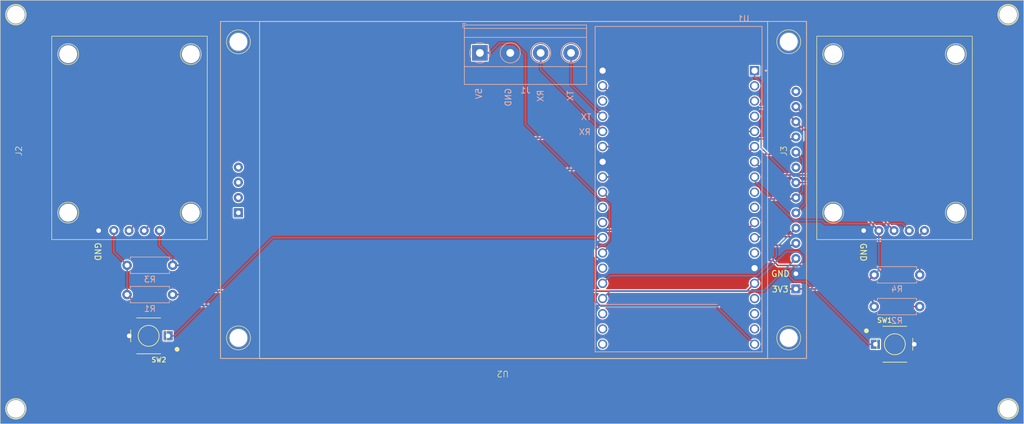
<source format=kicad_pcb>
(kicad_pcb (version 20221018) (generator pcbnew)
  (layers (0 "F.Cu" signal) (31 "B.Cu" signal) (34 "B.Paste" user) (35 "F.Paste" user) (36 "B.SilkS" user "B.Silkscreen") (37 "F.SilkS" user "F.Silkscreen") (38 "B.Mask" user) (39 "F.Mask" user) (44 "Edge.Cuts" user))
  (net 0 "")
  (net 1 "3V3")
  (net 2 "GND")
  (net 3 "RX")
  (net 4 "TX")
  (net 6 "5V")
  (net 9 "VRX1")
  (net 10 "VRY1")
  (net 11 "SWJ1")
  (net 12 "VRX2")
  (net 15 "VRY2")
  (net 16 "SWJ2")
  (net 18 "SW1")
  (net 22 "SW2")
  (net 24 "SDI")
  (net 25 "TCS")
  (net 26 "TD0")
  (net 29 "SCK")
  (net 30 "RESET")
  (net 32 "DC{slash}RS")
  (net 33 "CS")
  (footprint "SW_FSM8JH:SW_FSM8JH_huella" (layer "F.Cu") (at 219.45 87.1)
    (fp_text reference "SW1" (at -1.71258 -4.01401) (layer "F.SilkS") (effects (font (size 0.801197 0.801197))))
    (fp_text value "SW_Push")
    (fp_line (start -3 -1) (end -3 1) (stroke (width 0.127)) (layer "F.SilkS"))
    (fp_line (start -2 -3) (end 2 -3) (stroke (width 0.127)) (layer "F.SilkS"))
    (fp_line (start -2 3) (end 2 3) (stroke (width 0.127)) (layer "F.SilkS"))
    (fp_line (start 3 -1) (end 3 1) (stroke (width 0.127)) (layer "F.SilkS"))
    (fp_circle (center -4.75 -2.25) (end -4.55 -2.25) (stroke (width 0.4)) (fill none) (layer "F.SilkS"))
    (fp_circle (center 0 0) (end 1.75 0) (stroke (width 0.127)) (fill none) (layer "F.SilkS"))
    (pad "1" thru_hole rect (at -3.25 0) (size 1.524 1.524) (drill 0.762) (layers "*.Cu" "*.Mask") (net 18 "SW1"))
    (pad "2" thru_hole rect (at 3.25 0) (size 1.524 1.524) (drill 0.762) (layers "*.Cu" "*.Mask") (net 2 "GND"))
  )
  (footprint "KY-023 huella:KY-023 Joystick-Module" (layer "F.Cu") (at 73.5 54.8 90)
    (fp_text reference "J2" (at 0 -0.5 90 unlocked) (layer "F.SilkS") (effects (font (thickness 0.1))))
    (fp_text value "KY-023")
    (fp_rect (start -14.8 5) (end 19.2 31) (stroke (width 0.1)) (fill none) (layer "F.SilkS"))
    (fp_circle (center -10.3 7.75) (end -8.55 7.75) (stroke (width 0.1)) (fill none) (layer "F.SilkS"))
    (fp_circle (center -10.3 28.25) (end -8.55 28.25) (stroke (width 0.1)) (fill none) (layer "F.SilkS"))
    (fp_circle (center 16.2 7.75) (end 17.95 7.75) (stroke (width 0.1)) (fill none) (layer "F.SilkS"))
    (fp_circle (center 16.2 28.25) (end 17.95 28.25) (stroke (width 0.1)) (fill none) (layer "F.SilkS"))
    (fp_circle (center -10.3 7.75) (end -8.8 7.75) (stroke (width 0.05)) (fill none) (layer "Edge.Cuts"))
    (fp_circle (center -10.3 28.25) (end -8.8 28.25) (stroke (width 0.05)) (fill none) (layer "Edge.Cuts"))
    (fp_circle (center 16.2 7.75) (end 17.7 7.75) (stroke (width 0.05)) (fill none) (layer "Edge.Cuts"))
    (fp_circle (center 16.2 28.25) (end 17.7 28.25) (stroke (width 0.05)) (fill none) (layer "Edge.Cuts"))
    (pad "1" thru_hole rect (at -13.3 12.84 90) (size 1.524 1.524) (drill 0.762) (layers "*.Cu" "*.Mask") (net 2 "GND"))
    (pad "2" thru_hole circle (at -13.3 15.38 90) (size 1.524 1.524) (drill 0.762) (layers "*.Cu" "*.Mask") (net 1 "3V3"))
    (pad "3" thru_hole circle (at -13.3 17.92 90) (size 1.524 1.524) (drill 0.762) (layers "*.Cu" "*.Mask") (net 9 "VRX1"))
    (pad "4" thru_hole circle (at -13.3 20.46 90) (size 1.524 1.524) (drill 0.762) (layers "*.Cu" "*.Mask") (net 10 "VRY1"))
    (pad "5" thru_hole circle (at -13.3 23 90) (size 1.524 1.524) (drill 0.762) (layers "*.Cu" "*.Mask") (net 11 "SWJ1"))
  )
  (footprint "ili9488_huella:TFT_ILI9488" (layer "F.Cu") (at 153.912 91.55 180)
    (fp_text reference "U2" (at 0 -0.5 180 unlocked) (layer "F.SilkS") (effects (font (thickness 0.1))))
    (fp_text value "TFT_ILI9488")
    (fp_rect (start -50.79 2.08) (end 47.2 58.42) (stroke (width 0.1)) (fill none) (layer "B.SilkS"))
    (fp_rect (start -50.78 2.08) (end 47.2 58.43) (stroke (width 0.1)) (fill none) (layer "F.SilkS"))
    (fp_rect (start -44.27 2.03) (end 40.66 58.42) (stroke (width 0.1)) (fill none) (layer "F.SilkS"))
    (fp_circle (center -47.8 5.5) (end -45.8 5.5) (stroke (width 0.1)) (fill none) (layer "F.SilkS"))
    (fp_circle (center -47.8 55.02) (end -45.8 55.02) (stroke (width 0.1)) (fill none) (layer "F.SilkS"))
    (fp_circle (center 44.19 5.51) (end 46.19 5.51) (stroke (width 0.1)) (fill none) (layer "F.SilkS"))
    (fp_circle (center 44.2 55) (end 46.2 55) (stroke (width 0.1)) (fill none) (layer "F.SilkS"))
    (fp_circle (center -47.8 5.5) (end -46.3 5.5) (stroke (width 0.05)) (fill none) (layer "Edge.Cuts"))
    (fp_circle (center -47.8 55.02) (end -46.3 55.02) (stroke (width 0.05)) (fill none) (layer "Edge.Cuts"))
    (fp_circle (center 44.19 5.51) (end 45.69 5.51) (stroke (width 0.05)) (fill none) (layer "Edge.Cuts"))
    (fp_circle (center 44.2 55) (end 45.7 55) (stroke (width 0.05)) (fill none) (layer "Edge.Cuts"))
    (pad "1" thru_hole rect (at -49 13.7 180) (size 1.524 1.524) (drill 0.762) (layers "*.Cu" "*.Mask") (net 1 "3V3"))
    (pad "2" thru_hole circle (at -49 16.24 180) (size 1.524 1.524) (drill 0.762) (layers "*.Cu" "*.Mask") (net 2 "GND"))
    (pad "3" thru_hole circle (at -49 18.78 180) (size 1.524 1.524) (drill 0.762) (layers "*.Cu" "*.Mask") (net 33 "CS"))
    (pad "4" thru_hole circle (at -49 21.32 180) (size 1.524 1.524) (drill 0.762) (layers "*.Cu" "*.Mask") (net 30 "RESET"))
    (pad "5" thru_hole circle (at -49 23.86 180) (size 1.524 1.524) (drill 0.762) (layers "*.Cu" "*.Mask") (net 32 "DC{slash}RS"))
    (pad "6" thru_hole circle (at -49 26.4 180) (size 1.524 1.524) (drill 0.762) (layers "*.Cu" "*.Mask") (net 24 "SDI"))
    (pad "7" thru_hole circle (at -49 28.94 180) (size 1.524 1.524) (drill 0.762) (layers "*.Cu" "*.Mask") (net 29 "SCK"))
    (pad "8" thru_hole circle (at -49 31.48 180) (size 1.524 1.524) (drill 0.762) (layers "*.Cu" "*.Mask") (net 1 "3V3"))
    (pad "9" thru_hole circle (at -49 34.02 180) (size 1.524 1.524) (drill 0.762) (layers "*.Cu" "*.Mask"))
    (pad "10" thru_hole circle (at -49 36.56 180) (size 1.524 1.524) (drill 0.762) (layers "*.Cu" "*.Mask") (net 29 "SCK"))
    (pad "11" thru_hole circle (at -49 39.1 180) (size 1.524 1.524) (drill 0.762) (layers "*.Cu" "*.Mask") (net 25 "TCS"))
    (pad "12" thru_hole circle (at -49 41.64 180) (size 1.524 1.524) (drill 0.762) (layers "*.Cu" "*.Mask") (net 24 "SDI"))
    (pad "13" thru_hole circle (at -49 44.18 180) (size 1.524 1.524) (drill 0.762) (layers "*.Cu" "*.Mask") (net 26 "TD0"))
    (pad "14" thru_hole circle (at -49 46.72 180) (size 1.524 1.524) (drill 0.762) (layers "*.Cu" "*.Mask"))
    (pad "15" thru_hole rect (at 44.212 26.43 180) (size 1.524 1.524) (drill 0.762) (layers "*.Cu" "*.Mask"))
    (pad "16" thru_hole circle (at 44.212 28.97 180) (size 1.524 1.524) (drill 0.762) (layers "*.Cu" "*.Mask"))
    (pad "17" thru_hole circle (at 44.212 31.51 180) (size 1.524 1.524) (drill 0.762) (layers "*.Cu" "*.Mask"))
    (pad "18" thru_hole circle (at 44.212 34.05 180) (size 1.524 1.524) (drill 0.762) (layers "*.Cu" "*.Mask"))
  )
  (footprint "SW_FSM8JH:SW_FSM8JH_huella" (layer "F.Cu") (at 94.7 85.6975 180)
    (fp_text reference "SW2" (at -1.71258 -4.01401) (layer "F.SilkS") (effects (font (size 0.801197 0.801197))))
    (fp_text value "SW_Push")
    (fp_line (start -3 -1) (end -3 1) (stroke (width 0.127)) (layer "F.SilkS"))
    (fp_line (start -2 -3) (end 2 -3) (stroke (width 0.127)) (layer "F.SilkS"))
    (fp_line (start -2 3) (end 2 3) (stroke (width 0.127)) (layer "F.SilkS"))
    (fp_line (start 3 -1) (end 3 1) (stroke (width 0.127)) (layer "F.SilkS"))
    (fp_circle (center -4.75 -2.25) (end -4.55 -2.25) (stroke (width 0.4)) (fill none) (layer "F.SilkS"))
    (fp_circle (center 0 0) (end 1.75 0) (stroke (width 0.127)) (fill none) (layer "F.SilkS"))
    (pad "1" thru_hole rect (at -3.25 0 180) (size 1.524 1.524) (drill 0.762) (layers "*.Cu" "*.Mask") (net 22 "SW2"))
    (pad "2" thru_hole rect (at 3.25 0 180) (size 1.524 1.524) (drill 0.762) (layers "*.Cu" "*.Mask") (net 2 "GND"))
  )
  (footprint "KY-023 huella:KY-023 Joystick-Module" (layer "F.Cu") (at 201.4 54.8 90)
    (fp_text reference "J3" (at 0 -0.5 90 unlocked) (layer "F.SilkS") (effects (font (thickness 0.1))))
    (fp_text value "KY-023")
    (fp_rect (start -14.8 5) (end 19.2 31) (stroke (width 0.1)) (fill none) (layer "F.SilkS"))
    (fp_circle (center -10.3 7.75) (end -8.55 7.75) (stroke (width 0.1)) (fill none) (layer "F.SilkS"))
    (fp_circle (center -10.3 28.25) (end -8.55 28.25) (stroke (width 0.1)) (fill none) (layer "F.SilkS"))
    (fp_circle (center 16.2 7.75) (end 17.95 7.75) (stroke (width 0.1)) (fill none) (layer "F.SilkS"))
    (fp_circle (center 16.2 28.25) (end 17.95 28.25) (stroke (width 0.1)) (fill none) (layer "F.SilkS"))
    (fp_circle (center -10.3 7.75) (end -8.8 7.75) (stroke (width 0.05)) (fill none) (layer "Edge.Cuts"))
    (fp_circle (center -10.3 28.25) (end -8.8 28.25) (stroke (width 0.05)) (fill none) (layer "Edge.Cuts"))
    (fp_circle (center 16.2 7.75) (end 17.7 7.75) (stroke (width 0.05)) (fill none) (layer "Edge.Cuts"))
    (fp_circle (center 16.2 28.25) (end 17.7 28.25) (stroke (width 0.05)) (fill none) (layer "Edge.Cuts"))
    (pad "1" thru_hole rect (at -13.3 12.84 90) (size 1.524 1.524) (drill 0.762) (layers "*.Cu" "*.Mask") (net 2 "GND"))
    (pad "2" thru_hole circle (at -13.3 15.38 90) (size 1.524 1.524) (drill 0.762) (layers "*.Cu" "*.Mask") (net 1 "3V3"))
    (pad "3" thru_hole circle (at -13.3 17.92 90) (size 1.524 1.524) (drill 0.762) (layers "*.Cu" "*.Mask") (net 12 "VRX2"))
    (pad "4" thru_hole circle (at -13.3 20.46 90) (size 1.524 1.524) (drill 0.762) (layers "*.Cu" "*.Mask") (net 15 "VRY2"))
    (pad "5" thru_hole circle (at -13.3 23 90) (size 1.524 1.524) (drill 0.762) (layers "*.Cu" "*.Mask") (net 16 "SWJ2"))
  )
  (footprint "ESP32-DEVKITC-32D:MODULE_ESP32-DEVKITC-32D" (layer "B.Cu") (at 183.3 61.12 180)
    (fp_text reference "U1" (at -10.829175 28.446045) (layer "B.SilkS") (effects (font (size 1.000386 1.000386)) (justify mirror)))
    (fp_text value "ESP32-DEVKITC-32D")
    (fp_line (start -13.95 -27.25) (end -13.95 27.15) (stroke (width 0.127)) (layer "B.SilkS"))
    (fp_line (start -13.95 27.15) (end 13.95 27.15) (stroke (width 0.127)) (layer "B.SilkS"))
    (fp_line (start 13.95 -27.25) (end -13.95 -27.25) (stroke (width 0.127)) (layer "B.SilkS"))
    (fp_line (start 13.95 27.15) (end 13.95 -27.25) (stroke (width 0.127)) (layer "B.SilkS"))
    (fp_circle (center -14.6 19.76) (end -14.5 19.76) (stroke (width 0.2)) (fill none) (layer "B.SilkS"))
    (pad "J2-1" thru_hole rect (at -12.7 19.76 180) (size 1.56 1.56) (drill 1.04) (layers "*.Cu" "*.Mask") (net 1 "3V3"))
    (pad "J2-2" thru_hole circle (at -12.7 17.22 180) (size 1.56 1.56) (drill 1.04) (layers "*.Cu" "*.Mask"))
    (pad "J2-3" thru_hole circle (at -12.7 14.68 180) (size 1.56 1.56) (drill 1.04) (layers "*.Cu" "*.Mask"))
    (pad "J2-4" thru_hole circle (at -12.7 12.14 180) (size 1.56 1.56) (drill 1.04) (layers "*.Cu" "*.Mask"))
    (pad "J2-5" thru_hole circle (at -12.7 9.6 180) (size 1.56 1.56) (drill 1.04) (layers "*.Cu" "*.Mask") (net 9 "VRX1"))
    (pad "J2-6" thru_hole circle (at -12.7 7.06 180) (size 1.56 1.56) (drill 1.04) (layers "*.Cu" "*.Mask") (net 10 "VRY1"))
    (pad "J2-7" thru_hole circle (at -12.7 4.52 180) (size 1.56 1.56) (drill 1.04) (layers "*.Cu" "*.Mask") (net 12 "VRX2"))
    (pad "J2-8" thru_hole circle (at -12.7 1.98 180) (size 1.56 1.56) (drill 1.04) (layers "*.Cu" "*.Mask") (net 15 "VRY2"))
    (pad "J2-9" thru_hole circle (at -12.7 -0.56 180) (size 1.56 1.56) (drill 1.04) (layers "*.Cu" "*.Mask"))
    (pad "J2-10" thru_hole circle (at -12.7 -3.1 180) (size 1.56 1.56) (drill 1.04) (layers "*.Cu" "*.Mask"))
    (pad "J2-11" thru_hole circle (at -12.7 -5.64 180) (size 1.56 1.56) (drill 1.04) (layers "*.Cu" "*.Mask") (net 11 "SWJ1"))
    (pad "J2-12" thru_hole circle (at -12.7 -8.18 180) (size 1.56 1.56) (drill 1.04) (layers "*.Cu" "*.Mask") (net 16 "SWJ2"))
    (pad "J2-13" thru_hole circle (at -12.7 -10.72 180) (size 1.56 1.56) (drill 1.04) (layers "*.Cu" "*.Mask"))
    (pad "J2-14" thru_hole circle (at -12.7 -13.26 180) (size 1.56 1.56) (drill 1.04) (layers "*.Cu" "*.Mask") (net 2 "GND"))
    (pad "J2-15" thru_hole circle (at -12.7 -15.8 180) (size 1.56 1.56) (drill 1.04) (layers "*.Cu" "*.Mask") (net 18 "SW1"))
    (pad "J2-16" thru_hole circle (at -12.7 -18.34 180) (size 1.56 1.56) (drill 1.04) (layers "*.Cu" "*.Mask"))
    (pad "J2-17" thru_hole circle (at -12.7 -20.88 180) (size 1.56 1.56) (drill 1.04) (layers "*.Cu" "*.Mask"))
    (pad "J2-18" thru_hole circle (at -12.7 -23.42 180) (size 1.56 1.56) (drill 1.04) (layers "*.Cu" "*.Mask"))
    (pad "J2-19" thru_hole circle (at -12.7 -25.96 180) (size 1.56 1.56) (drill 1.04) (layers "*.Cu" "*.Mask") (net 6 "5V"))
    (pad "J3-1" thru_hole circle (at 12.7 19.76 180) (size 1.56 1.56) (drill 1.04) (layers "*.Cu" "*.Mask") (net 2 "GND"))
    (pad "J3-2" thru_hole circle (at 12.7 17.22 180) (size 1.56 1.56) (drill 1.04) (layers "*.Cu" "*.Mask") (net 24 "SDI"))
    (pad "J3-3" thru_hole circle (at 12.7 14.68 180) (size 1.56 1.56) (drill 1.04) (layers "*.Cu" "*.Mask"))
    (pad "J3-4" thru_hole circle (at 12.7 12.14 180) (size 1.56 1.56) (drill 1.04) (layers "*.Cu" "*.Mask") (net 4 "TX"))
    (pad "J3-5" thru_hole circle (at 12.7 9.6 180) (size 1.56 1.56) (drill 1.04) (layers "*.Cu" "*.Mask") (net 3 "RX"))
    (pad "J3-6" thru_hole circle (at 12.7 7.06 180) (size 1.56 1.56) (drill 1.04) (layers "*.Cu" "*.Mask") (net 25 "TCS"))
    (pad "J3-7" thru_hole circle (at 12.7 4.52 180) (size 1.56 1.56) (drill 1.04) (layers "*.Cu" "*.Mask") (net 2 "GND"))
    (pad "J3-8" thru_hole circle (at 12.7 1.98 180) (size 1.56 1.56) (drill 1.04) (layers "*.Cu" "*.Mask") (net 26 "TD0"))
    (pad "J3-9" thru_hole circle (at 12.7 -0.56 180) (size 1.56 1.56) (drill 1.04) (layers "*.Cu" "*.Mask") (net 29 "SCK"))
    (pad "J3-10" thru_hole circle (at 12.7 -3.1 180) (size 1.56 1.56) (drill 1.04) (layers "*.Cu" "*.Mask"))
    (pad "J3-11" thru_hole circle (at 12.7 -5.64 180) (size 1.56 1.56) (drill 1.04) (layers "*.Cu" "*.Mask"))
    (pad "J3-12" thru_hole circle (at 12.7 -8.18 180) (size 1.56 1.56) (drill 1.04) (layers "*.Cu" "*.Mask") (net 22 "SW2"))
    (pad "J3-13" thru_hole circle (at 12.7 -10.72 180) (size 1.56 1.56) (drill 1.04) (layers "*.Cu" "*.Mask") (net 30 "RESET"))
    (pad "J3-14" thru_hole circle (at 12.7 -13.26 180) (size 1.56 1.56) (drill 1.04) (layers "*.Cu" "*.Mask"))
    (pad "J3-15" thru_hole circle (at 12.7 -15.8 180) (size 1.56 1.56) (drill 1.04) (layers "*.Cu" "*.Mask") (net 32 "DC{slash}RS"))
    (pad "J3-16" thru_hole circle (at 12.7 -18.34 180) (size 1.56 1.56) (drill 1.04) (layers "*.Cu" "*.Mask") (net 33 "CS"))
    (pad "J3-17" thru_hole circle (at 12.7 -20.88 180) (size 1.56 1.56) (drill 1.04) (layers "*.Cu" "*.Mask"))
    (pad "J3-18" thru_hole circle (at 12.7 -23.42 180) (size 1.56 1.56) (drill 1.04) (layers "*.Cu" "*.Mask"))
    (pad "J3-19" thru_hole circle (at 12.7 -25.96 180) (size 1.56 1.56) (drill 1.04) (layers "*.Cu" "*.Mask"))
  )
  (footprint "Resistor_THT:R_Axial_DIN0207_L6.3mm_D2.5mm_P7.62mm_Horizontal" (layer "B.Cu") (at 91.1 73.9)
    (fp_text reference "R3" (at 3.81 2.37) (layer "B.SilkS") (effects (justify mirror)))
    (fp_text value "R")
    (fp_line (start 0.54 -1.37) (end 7.08 -1.37) (stroke (width 0.12)) (layer "B.SilkS"))
    (fp_line (start 0.54 -1.04) (end 0.54 -1.37) (stroke (width 0.12)) (layer "B.SilkS"))
    (fp_line (start 0.54 1.04) (end 0.54 1.37) (stroke (width 0.12)) (layer "B.SilkS"))
    (fp_line (start 0.54 1.37) (end 7.08 1.37) (stroke (width 0.12)) (layer "B.SilkS"))
    (fp_line (start 7.08 -1.37) (end 7.08 -1.04) (stroke (width 0.12)) (layer "B.SilkS"))
    (fp_line (start 7.08 1.37) (end 7.08 1.04) (stroke (width 0.12)) (layer "B.SilkS"))
    (pad "1" thru_hole circle (at 0 0) (size 1.6 1.6) (drill 0.8) (layers "*.Cu" "*.Mask") (net 1 "3V3"))
    (pad "2" thru_hole oval (at 7.62 0) (size 1.6 1.6) (drill 0.8) (layers "*.Cu" "*.Mask") (net 11 "SWJ1"))
  )
  (footprint "Resistor_THT:R_Axial_DIN0207_L6.3mm_D2.5mm_P7.62mm_Horizontal" (layer "B.Cu") (at 215.99 80.8)
    (fp_text reference "R2" (at 3.81 2.37) (layer "B.SilkS") (effects (justify mirror)))
    (fp_text value "R")
    (fp_line (start 0.54 -1.37) (end 7.08 -1.37) (stroke (width 0.12)) (layer "B.SilkS"))
    (fp_line (start 0.54 -1.04) (end 0.54 -1.37) (stroke (width 0.12)) (layer "B.SilkS"))
    (fp_line (start 0.54 1.04) (end 0.54 1.37) (stroke (width 0.12)) (layer "B.SilkS"))
    (fp_line (start 0.54 1.37) (end 7.08 1.37) (stroke (width 0.12)) (layer "B.SilkS"))
    (fp_line (start 7.08 -1.37) (end 7.08 -1.04) (stroke (width 0.12)) (layer "B.SilkS"))
    (fp_line (start 7.08 1.37) (end 7.08 1.04) (stroke (width 0.12)) (layer "B.SilkS"))
    (pad "1" thru_hole circle (at 0 0) (size 1.6 1.6) (drill 0.8) (layers "*.Cu" "*.Mask") (net 1 "3V3"))
    (pad "2" thru_hole oval (at 7.62 0) (size 1.6 1.6) (drill 0.8) (layers "*.Cu" "*.Mask") (net 22 "SW2"))
  )
  (footprint "Resistor_THT:R_Axial_DIN0207_L6.3mm_D2.5mm_P7.62mm_Horizontal" (layer "B.Cu") (at 216 75.5)
    (fp_text reference "R4" (at 3.81 2.37 -360) (layer "B.SilkS") (effects (justify mirror)))
    (fp_text value "R")
    (fp_line (start 0.54 -1.37) (end 7.08 -1.37) (stroke (width 0.12)) (layer "B.SilkS"))
    (fp_line (start 0.54 -1.04) (end 0.54 -1.37) (stroke (width 0.12)) (layer "B.SilkS"))
    (fp_line (start 0.54 1.04) (end 0.54 1.37) (stroke (width 0.12)) (layer "B.SilkS"))
    (fp_line (start 0.54 1.37) (end 7.08 1.37) (stroke (width 0.12)) (layer "B.SilkS"))
    (fp_line (start 7.08 -1.37) (end 7.08 -1.04) (stroke (width 0.12)) (layer "B.SilkS"))
    (fp_line (start 7.08 1.37) (end 7.08 1.04) (stroke (width 0.12)) (layer "B.SilkS"))
    (pad "1" thru_hole circle (at 0 0) (size 1.6 1.6) (drill 0.8) (layers "*.Cu" "*.Mask") (net 1 "3V3"))
    (pad "2" thru_hole oval (at 7.62 0) (size 1.6 1.6) (drill 0.8) (layers "*.Cu" "*.Mask") (net 16 "SWJ2"))
  )
  (footprint "Resistor_THT:R_Axial_DIN0207_L6.3mm_D2.5mm_P7.62mm_Horizontal" (layer "B.Cu") (at 91.09 78.8)
    (fp_text reference "R1" (at 3.81 2.37) (layer "B.SilkS") (effects (justify mirror)))
    (fp_text value "R")
    (fp_line (start 0.54 -1.37) (end 7.08 -1.37) (stroke (width 0.12)) (layer "B.SilkS"))
    (fp_line (start 0.54 -1.04) (end 0.54 -1.37) (stroke (width 0.12)) (layer "B.SilkS"))
    (fp_line (start 0.54 1.04) (end 0.54 1.37) (stroke (width 0.12)) (layer "B.SilkS"))
    (fp_line (start 0.54 1.37) (end 7.08 1.37) (stroke (width 0.12)) (layer "B.SilkS"))
    (fp_line (start 7.08 -1.37) (end 7.08 -1.04) (stroke (width 0.12)) (layer "B.SilkS"))
    (fp_line (start 7.08 1.37) (end 7.08 1.04) (stroke (width 0.12)) (layer "B.SilkS"))
    (pad "1" thru_hole circle (at 0 0) (size 1.6 1.6) (drill 0.8) (layers "*.Cu" "*.Mask") (net 1 "3V3"))
    (pad "2" thru_hole oval (at 7.62 0) (size 1.6 1.6) (drill 0.8) (layers "*.Cu" "*.Mask") (net 18 "SW1"))
  )
  (footprint "TerminalBlock_Phoenix:TerminalBlock_Phoenix_MKDS-1,5-4-5.08_1x04_P5.08mm_Horizontal" (layer "B.Cu") (at 150.08 38.395)
    (fp_text reference "J1" (at 7.62 6.26) (layer "B.SilkS") (effects (justify mirror)))
    (fp_text value "Screw_Terminal_01x04")
    (fp_line (start -2.84 -4.9) (end -2.34 -4.9) (stroke (width 0.12)) (layer "B.SilkS"))
    (fp_line (start -2.84 -4.16) (end -2.84 -4.9) (stroke (width 0.12)) (layer "B.SilkS"))
    (fp_line (start -2.6 -4.66) (end 17.84 -4.66) (stroke (width 0.12)) (layer "B.SilkS"))
    (fp_line (start -2.6 -4.1) (end 17.84 -4.1) (stroke (width 0.12)) (layer "B.SilkS"))
    (fp_line (start -2.6 -2.6) (end 17.84 -2.6) (stroke (width 0.12)) (layer "B.SilkS"))
    (fp_line (start -2.6 2.301) (end 17.84 2.301) (stroke (width 0.12)) (layer "B.SilkS"))
    (fp_line (start -2.6 5.261) (end -2.6 -4.66) (stroke (width 0.12)) (layer "B.SilkS"))
    (fp_line (start -2.6 5.261) (end 17.84 5.261) (stroke (width 0.12)) (layer "B.SilkS"))
    (fp_line (start 3.853 -1.023) (end 3.806 -1.069) (stroke (width 0.12)) (layer "B.SilkS"))
    (fp_line (start 4.046 -1.239) (end 4.011 -1.274) (stroke (width 0.12)) (layer "B.SilkS"))
    (fp_line (start 6.15 1.275) (end 6.115 1.239) (stroke (width 0.12)) (layer "B.SilkS"))
    (fp_line (start 6.355 1.069) (end 6.308 1.023) (stroke (width 0.12)) (layer "B.SilkS"))
    (fp_line (start 8.933 -1.023) (end 8.886 -1.069) (stroke (width 0.12)) (layer "B.SilkS"))
    (fp_line (start 9.126 -1.239) (end 9.091 -1.274) (stroke (width 0.12)) (layer "B.SilkS"))
    (fp_line (start 11.23 1.275) (end 11.195 1.239) (stroke (width 0.12)) (layer "B.SilkS"))
    (fp_line (start 11.435 1.069) (end 11.388 1.023) (stroke (width 0.12)) (layer "B.SilkS"))
    (fp_line (start 14.013 -1.023) (end 13.966 -1.069) (stroke (width 0.12)) (layer "B.SilkS"))
    (fp_line (start 14.206 -1.239) (end 14.171 -1.274) (stroke (width 0.12)) (layer "B.SilkS"))
    (fp_line (start 16.31 1.275) (end 16.275 1.239) (stroke (width 0.12)) (layer "B.SilkS"))
    (fp_line (start 16.515 1.069) (end 16.468 1.023) (stroke (width 0.12)) (layer "B.SilkS"))
    (fp_line (start 17.84 5.261) (end 17.84 -4.66) (stroke (width 0.12)) (layer "B.SilkS"))
    (fp_arc (start -1.535 0.684) (mid -1.680501 0.000524) (end -1.535427 -0.683042) (stroke (width 0.12)) (layer "B.SilkS"))
    (fp_arc (start -0.684 -1.535) (mid -0.335551 -1.646659) (end 0.028805 -1.680253) (stroke (width 0.12)) (layer "B.SilkS"))
    (fp_arc (start 0 -1.68) (mid 0.349292 -1.643288) (end 0.683318 -1.534756) (stroke (width 0.12)) (layer "B.SilkS"))
    (fp_arc (start 0.684 1.535) (mid 0.000524 1.680501) (end -0.683042 1.535427) (stroke (width 0.12)) (layer "B.SilkS"))
    (fp_arc (start 1.535 -0.684) (mid 1.6805 -0.000524) (end 1.535427 0.683042) (stroke (width 0.12)) (layer "B.SilkS"))
    (fp_circle (center 5.08 0) (end 6.76 0) (stroke (width 0.12)) (fill none) (layer "B.SilkS"))
    (fp_circle (center 10.16 0) (end 11.84 0) (stroke (width 0.12)) (fill none) (layer "B.SilkS"))
    (fp_circle (center 15.24 0) (end 16.92 0) (stroke (width 0.12)) (fill none) (layer "B.SilkS"))
    (pad "1" thru_hole rect (at 0 0) (size 2.6 2.6) (drill 1.3) (layers "*.Cu" "*.Mask") (net 6 "5V"))
    (pad "2" thru_hole circle (at 5.08 0) (size 2.6 2.6) (drill 1.3) (layers "*.Cu" "*.Mask") (net 2 "GND"))
    (pad "3" thru_hole circle (at 10.16 0) (size 2.6 2.6) (drill 1.3) (layers "*.Cu" "*.Mask") (net 3 "RX"))
    (pad "4" thru_hole circle (at 15.24 0) (size 2.6 2.6) (drill 1.3) (layers "*.Cu" "*.Mask") (net 4 "TX"))
  )
  (gr_circle (center 238.4 32) (end 240.1 32) (stroke (width 0.15)) (fill none) (layer "F.SilkS"))
  (gr_circle (center 238.4 97.9) (end 240.1 97.9) (stroke (width 0.15)) (fill none) (layer "F.SilkS"))
  (gr_circle (center 72.5 32) (end 74.2 32) (stroke (width 0.15)) (fill none) (layer "F.SilkS"))
  (gr_circle (center 72.5 97.9) (end 74.2 97.9) (stroke (width 0.15)) (fill none) (layer "F.SilkS"))
  (gr_circle (center 72.5 97.9) (end 74 97.9) (stroke (width 0.1)) (fill none) (layer "Edge.Cuts"))
  (gr_circle (center 72.5 32) (end 74 32) (stroke (width 0.1)) (fill none) (layer "Edge.Cuts"))
  (gr_circle (center 238.4 32) (end 239.9 32) (stroke (width 0.1)) (fill none) (layer "Edge.Cuts"))
  (gr_circle (center 238.4 97.9) (end 239.9 97.9) (stroke (width 0.1)) (fill none) (layer "Edge.Cuts"))
  (gr_rect (start 69.9 29.6) (end 241 100.4) (stroke (width 0.1)) (fill none) (layer "Edge.Cuts"))
  (gr_text "GND" (at 155.4 44.2 90) (layer "B.SilkS") (effects (font (size 1 1)) (justify left bottom mirror)))
  (gr_text "TX" (at 165.8 44.6 90) (layer "B.SilkS") (effects (font (size 1 1)) (justify left bottom mirror)))
  (gr_text "5V" (at 150.5 44.2 90) (layer "B.SilkS") (effects (font (size 1 1)) (justify left bottom mirror)))
  (gr_text "RX" (at 160.8 44.5 90) (layer "B.SilkS") (effects (font (size 1 1)) (justify left bottom mirror)))
  (gr_text "TX" (at 168.8 49.7) (layer "B.SilkS") (effects (font (size 1 1)) (justify left bottom mirror)))
  (gr_text "RX" (at 168.7 52.2) (layer "B.SilkS") (effects (font (size 1 1)) (justify left bottom mirror)))
  (gr_text "GND" (at 213.6 70.1 -90) (layer "F.SilkS") (effects (font (size 1 1)) (justify left bottom)))
  (gr_text "3V3" (at 198.8 78.5) (layer "F.SilkS") (effects (font (size 1 1)) (justify left bottom)))
  (gr_text "GND" (at 198.7 75.9) (layer "F.SilkS") (effects (font (size 1 1)) (justify left bottom)))
  (gr_text "GND" (at 85.6 70 -90) (layer "F.SilkS") (effects (font (size 1 1)) (justify left bottom)))
  (segment (start 92.8994 80.6094) (end 199.0637 80.6094) (width 0.25) (layer "F.Cu") (net 1))
  (segment (start 213.65 77.85) (end 202.912 77.85) (width 0.25) (layer "F.Cu") (net 1))
  (segment (start 216 75.5) (end 213.65 77.85) (width 0.25) (layer "F.Cu") (net 1))
  (segment (start 91.09 78.8) (end 92.8994 80.6094) (width 0.25) (layer "F.Cu") (net 1))
  (segment (start 216.78 68.1) (end 208.75 60.07) (width 0.25) (layer "F.Cu") (net 1))
  (segment (start 213.65 77.85) (end 215.99 80.19) (width 0.25) (layer "F.Cu") (net 1))
  (segment (start 199.0637 80.6094) (end 201.8231 77.85) (width 0.25) (layer "F.Cu") (net 1))
  (segment (start 215.99 80.19) (end 215.99 80.8) (width 0.25) (layer "F.Cu") (net 1))
  (segment (start 202.912 77.85) (end 201.8231 77.85) (width 0.25) (layer "F.Cu") (net 1))
  (segment (start 208.75 60.07) (end 202.912 60.07) (width 0.25) (layer "F.Cu") (net 1))
  (segment (start 196 42.4669) (end 196.1385 42.4669) (width 0.25) (layer "B.Cu") (net 1))
  (segment (start 196.1385 42.4669) (end 197.1069 43.4353) (width 0.25) (layer "B.Cu") (net 1))
  (segment (start 91.1 78.79) (end 91.1 73.9) (width 0.25) (layer "B.Cu") (net 1))
  (segment (start 91.09 78.8) (end 91.1 78.79) (width 0.25) (layer "B.Cu") (net 1))
  (segment (start 216.78 74.72) (end 216.78 68.1) (width 0.25) (layer "B.Cu") (net 1))
  (segment (start 91.1 73.9) (end 88.88 71.68) (width 0.25) (layer "B.Cu") (net 1))
  (segment (start 88.88 71.68) (end 88.88 68.1) (width 0.25) (layer "B.Cu") (net 1))
  (segment (start 196 41.36) (end 196 42.4669) (width 0.25) (layer "B.Cu") (net 1))
  (segment (start 197.1069 54.2649) (end 202.912 60.07) (width 0.25) (layer "B.Cu") (net 1))
  (segment (start 216 75.5) (end 216.78 74.72) (width 0.25) (layer "B.Cu") (net 1))
  (segment (start 197.1069 43.4353) (end 197.1069 54.2649) (width 0.25) (layer "B.Cu") (net 1))
  (segment (start 196 74.38) (end 196.93 75.31) (width 0.25) (layer "F.Cu") (net 2))
  (segment (start 155.16 38.395) (end 158.125 41.36) (width 0.25) (layer "F.Cu") (net 2))
  (segment (start 158.125 41.36) (end 170.6 41.36) (width 0.25) (layer "F.Cu") (net 2))
  (segment (start 196.93 75.31) (end 202.912 75.31) (width 0.25) (layer "F.Cu") (net 2))
  (segment (start 87.4289 68.1) (end 87.4289 67.9638) (width 0.25) (layer "B.Cu") (net 2))
  (segment (start 126.5439 67.0111) (end 155.16 38.395) (width 0.25) (layer "B.Cu") (net 2))
  (segment (start 88.3816 67.0111) (end 126.5439 67.0111) (width 0.25) (layer "B.Cu") (net 2))
  (segment (start 170.6 41.36) (end 171.7656 42.5256) (width 0.25) (layer "B.Cu") (net 2))
  (segment (start 86.34 68.1) (end 86.8845 68.1) (width 0.25) (layer "B.Cu") (net 2))
  (segment (start 210.122 68.1) (end 214.24 68.1) (width 0.25) (layer "B.Cu") (net 2))
  (segment (start 171.7656 55.4344) (end 190.7112 74.38) (width 0.25) (layer "B.Cu") (net 2))
  (segment (start 86.8845 68.1) (end 87.4289 68.1) (width 0.25) (layer "B.Cu") (net 2))
  (segment (start 86.8845 68.1) (end 86.8845 80.0431) (width 0.25) (layer "B.Cu") (net 2))
  (segment (start 190.7112 74.38) (end 196 74.38) (width 0.25) (layer "B.Cu") (net 2))
  (segment (start 91.45 85.6975) (end 91.45 84.6086) (width 0.25) (layer "B.Cu") (net 2))
  (segment (start 214.24 68.1) (end 214.24 75.9618) (width 0.25) (layer "B.Cu") (net 2))
  (segment (start 214.24 75.9618) (end 222.7 84.4218) (width 0.25) (layer "B.Cu") (net 2))
  (segment (start 202.912 75.31) (end 210.122 68.1) (width 0.25) (layer "B.Cu") (net 2))
  (segment (start 86.8845 80.0431) (end 91.45 84.6086) (width 0.25) (layer "B.Cu") (net 2))
  (segment (start 171.7656 55.4344) (end 170.6 56.6) (width 0.25) (layer "B.Cu") (net 2))
  (segment (start 87.4289 67.9638) (end 88.3816 67.0111) (width 0.25) (layer "B.Cu") (net 2))
  (segment (start 222.7 84.4218) (end 222.7 87.1) (width 0.25) (layer "B.Cu") (net 2))
  (segment (start 171.7656 42.5256) (end 171.7656 55.4344) (width 0.25) (layer "B.Cu") (net 2))
  (segment (start 160.24 38.395) (end 160.24 41.16) (width 0.25) (layer "B.Cu") (net 3))
  (segment (start 160.24 41.16) (end 170.6 51.52) (width 0.25) (layer "B.Cu") (net 3))
  (segment (start 165.32 38.395) (end 165.32 43.7) (width 0.25) (layer "B.Cu") (net 4))
  (segment (start 165.32 43.7) (end 170.6 48.98) (width 0.25) (layer "B.Cu") (net 4))
  (segment (start 170.3005 80.73) (end 189.65 80.73) (width 0.25) (layer "B.Cu") (net 6))
  (segment (start 170.9144 70.57) (end 170.2932 70.57) (width 0.25) (layer "B.Cu") (net 6))
  (segment (start 155.8961 36.7601) (end 157.7001 38.5641) (width 0.25) (layer "B.Cu") (net 6))
  (segment (start 150.08 38.395) (end 151.7069 38.395) (width 0.25) (layer "B.Cu") (net 6))
  (segment (start 151.7069 38.395) (end 153.3418 36.7601) (width 0.25) (layer "B.Cu") (net 6))
  (segment (start 157.7001 38.5641) (end 157.7001 50.353) (width 0.25) (layer "B.Cu") (net 6))
  (segment (start 157.7001 50.353) (end 170.2971 62.95) (width 0.25) (layer "B.Cu") (net 6))
  (segment (start 170.2971 62.95) (end 170.9594 62.95) (width 0.25) (layer "B.Cu") (net 6))
  (segment (start 170.2932 70.57) (end 169.4686 71.3946) (width 0.25) (layer "B.Cu") (net 6))
  (segment (start 169.4686 71.3946) (end 169.4686 79.8981) (width 0.25) (layer "B.Cu") (net 6))
  (segment (start 153.3418 36.7601) (end 155.8961 36.7601) (width 0.25) (layer "B.Cu") (net 6))
  (segment (start 171.7209 69.7635) (end 170.9144 70.57) (width 0.25) (layer "B.Cu") (net 6))
  (segment (start 170.9594 62.95) (end 171.7209 63.7115) (width 0.25) (layer "B.Cu") (net 6))
  (segment (start 169.4686 79.8981) (end 170.3005 80.73) (width 0.25) (layer "B.Cu") (net 6))
  (segment (start 171.7209 63.7115) (end 171.7209 69.7635) (width 0.25) (layer "B.Cu") (net 6))
  (segment (start 189.65 80.73) (end 196 87.08) (width 0.25) (layer "B.Cu") (net 6))
  (segment (start 171.392 52.6311) (end 106.8889 52.6311) (width 0.25) (layer "F.Cu") (net 9))
  (segment (start 106.8889 52.6311) (end 91.42 68.1) (width 0.25) (layer "F.Cu") (net 9))
  (segment (start 172.5031 51.52) (end 171.392 52.6311) (width 0.25) (layer "F.Cu") (net 9))
  (segment (start 196 51.52) (end 172.5031 51.52) (width 0.25) (layer "F.Cu") (net 9))
  (segment (start 118.9363 57.87) (end 109.8639 66.9424) (width 0.25) (layer "F.Cu") (net 10))
  (segment (start 109.8639 66.9424) (end 95.1176 66.9424) (width 0.25) (layer "F.Cu") (net 10))
  (segment (start 196 54.06) (end 192.19 57.87) (width 0.25) (layer "F.Cu") (net 10))
  (segment (start 95.1176 66.9424) (end 93.96 68.1) (width 0.25) (layer "F.Cu") (net 10))
  (segment (start 192.19 57.87) (end 118.9363 57.87) (width 0.25) (layer "F.Cu") (net 10))
  (segment (start 194.73 68.03) (end 196 66.76) (width 0.25) (layer "F.Cu") (net 11))
  (segment (start 105.7169 68.03) (end 194.73 68.03) (width 0.25) (layer "F.Cu") (net 11))
  (segment (start 99.8469 73.9) (end 105.7169 68.03) (width 0.25) (layer "F.Cu") (net 11))
  (segment (start 98.72 73.9) (end 99.8469 73.9) (width 0.25) (layer "F.Cu") (net 11))
  (segment (start 98.72 73.9) (end 98.72 72.7731) (width 0.25) (layer "B.Cu") (net 11))
  (segment (start 96.5 70.5531) (end 96.5 68.1) (width 0.25) (layer "B.Cu") (net 11))
  (segment (start 98.72 72.7731) (end 96.5 70.5531) (width 0.25) (layer "B.Cu") (net 11))
  (segment (start 196 56.6) (end 198.2 58.8) (width 0.25) (layer "F.Cu") (net 12))
  (segment (start 210.02 58.8) (end 219.32 68.1) (width 0.25) (layer "F.Cu") (net 12))
  (segment (start 198.2 58.8) (end 210.02 58.8) (width 0.25) (layer "F.Cu") (net 12))
  (segment (start 196 59.7968) (end 202.6232 66.42) (width 0.25) (layer "B.Cu") (net 15))
  (segment (start 207.7886 66.9384) (end 220.6984 66.9384) (width 0.25) (layer "B.Cu") (net 15))
  (segment (start 196 59.14) (end 196 59.7968) (width 0.25) (layer "B.Cu") (net 15))
  (segment (start 202.6232 66.42) (end 207.2702 66.42) (width 0.25) (layer "B.Cu") (net 15))
  (segment (start 220.6984 66.9384) (end 221.86 68.1) (width 0.25) (layer "B.Cu") (net 15))
  (segment (start 207.2702 66.42) (end 207.7886 66.9384) (width 0.25) (layer "B.Cu") (net 15))
  (segment (start 211.4501 69.13) (end 211.9815 69.6614) (width 0.25) (layer "F.Cu") (net 16))
  (segment (start 196 69.3) (end 196.17 69.13) (width 0.25) (layer "F.Cu") (net 16))
  (segment (start 196.17 69.13) (end 211.4501 69.13) (width 0.25) (layer "F.Cu") (net 16))
  (segment (start 211.9815 69.6614) (end 222.8386 69.6614) (width 0.25) (layer "F.Cu") (net 16))
  (segment (start 222.8386 69.6614) (end 224.4 68.1) (width 0.25) (layer "F.Cu") (net 16))
  (segment (start 223.62 75.5) (end 223.62 74.3731) (width 0.25) (layer "F.Cu") (net 16))
  (segment (start 222.8386 73.5917) (end 222.8386 69.6614) (width 0.25) (layer "F.Cu") (net 16))
  (segment (start 223.62 74.3731) (end 222.8386 73.5917) (width 0.25) (layer "F.Cu") (net 16))
  (segment (start 196 76.92) (end 194.695 78.225) (width 0.25) (layer "F.Cu") (net 18))
  (segment (start 100.4119 78.225) (end 99.8369 78.8) (width 0.25) (layer "F.Cu") (net 18))
  (segment (start 194.695 78.225) (end 100.4119 78.225) (width 0.25) (layer "F.Cu") (net 18))
  (segment (start 98.71 78.8) (end 99.8369 78.8) (width 0.25) (layer "F.Cu") (net 18))
  (segment (start 201.8231 74.8509) (end 201.8231 75.7666) (width 0.25) (layer "B.Cu") (net 18))
  (segment (start 201.2698 71.6502) (end 203.3866 71.6502) (width 0.25) (layer "B.Cu") (net 18))
  (segment (start 204.0201 72.2837) (end 204.0201 73.2216) (width 0.25) (layer "B.Cu") (net 18))
  (segment (start 203.3866 71.6502) (end 204.0201 72.2837) (width 0.25) (layer "B.Cu") (net 18))
  (segment (start 204.0201 73.2216) (end 203.2017 74.04) (width 0.25) (layer "B.Cu") (net 18))
  (segment (start 196 76.92) (end 201.2698 71.6502) (width 0.25) (layer "B.Cu") (net 18))
  (segment (start 201.8231 75.7666) (end 202.6557 76.5992) (width 0.25) (layer "B.Cu") (net 18))
  (segment (start 203.2017 74.04) (end 202.634 74.04) (width 0.25) (layer "B.Cu") (net 18))
  (segment (start 204.6103 76.5992) (end 215.1111 87.1) (width 0.25) (layer "B.Cu") (net 18))
  (segment (start 202.634 74.04) (end 201.8231 74.8509) (width 0.25) (layer "B.Cu") (net 18))
  (segment (start 216.2 87.1) (end 215.1111 87.1) (width 0.25) (layer "B.Cu") (net 18))
  (segment (start 202.6557 76.5992) (end 204.6103 76.5992) (width 0.25) (layer "B.Cu") (net 18))
  (segment (start 222.4831 80.3774) (end 216.0353 73.9296) (width 0.25) (layer "F.Cu") (net 22))
  (segment (start 222.4831 80.8) (end 222.4831 80.3774) (width 0.25) (layer "F.Cu") (net 22))
  (segment (start 169.4875 70.4125) (end 170.6 69.3) (width 0.25) (layer "F.Cu") (net 22))
  (segment (start 199.9089 73.9296) (end 199.0893 73.11) (width 0.25) (layer "F.Cu") (net 22))
  (segment (start 199.0893 73.11) (end 170.2504 73.11) (width 0.25) (layer "F.Cu") (net 22))
  (segment (start 170.2504 73.11) (end 169.4875 72.3471) (width 0.25) (layer "F.Cu") (net 22))
  (segment (start 216.0353 73.9296) (end 199.9089 73.9296) (width 0.25) (layer "F.Cu") (net 22))
  (segment (start 223.61 80.8) (end 222.4831 80.8) (width 0.25) (layer "F.Cu") (net 22))
  (segment (start 169.4875 72.3471) (end 169.4875 70.4125) (width 0.25) (layer "F.Cu") (net 22))
  (segment (start 97.95 85.6975) (end 99.0389 85.6975) (width 0.25) (layer "B.Cu") (net 22))
  (segment (start 99.0389 85.6975) (end 115.4364 69.3) (width 0.25) (layer "B.Cu") (net 22))
  (segment (start 115.4364 69.3) (end 170.6 69.3) (width 0.25) (layer "B.Cu") (net 22))
  (segment (start 200.5526 47.5506) (end 202.912 49.91) (width 0.25) (layer "F.Cu") (net 24))
  (segment (start 170.6 43.9) (end 174.2506 47.5506) (width 0.25) (layer "F.Cu") (net 24))
  (segment (start 174.2506 47.5506) (end 200.5526 47.5506) (width 0.25) (layer "F.Cu") (net 24))
  (segment (start 202.912 65.15) (end 204.4668 63.5952) (width 0.25) (layer "B.Cu") (net 24))
  (segment (start 204.4668 63.5952) (end 204.4668 51.4648) (width 0.25) (layer "B.Cu") (net 24))
  (segment (start 204.4668 51.4648) (end 202.912 49.91) (width 0.25) (layer "B.Cu") (net 24))
  (segment (start 170.6 54.06) (end 182.2931 54.06) (width 0.25) (layer "F.Cu") (net 25))
  (segment (start 182.2931 54.06) (end 183.5631 52.79) (width 0.25) (layer "F.Cu") (net 25))
  (segment (start 202.572 52.79) (end 202.912 52.45) (width 0.25) (layer "F.Cu") (net 25))
  (segment (start 183.5631 52.79) (end 202.572 52.79) (width 0.25) (layer "F.Cu") (net 25))
  (segment (start 191.6418 59.14) (end 195.4518 55.33) (width 0.25) (layer "F.Cu") (net 26))
  (segment (start 195.4518 55.33) (end 199.1608 55.33) (width 0.25) (layer "F.Cu") (net 26))
  (segment (start 204.0051 48.4631) (end 202.912 47.37) (width 0.25) (layer "F.Cu") (net 26))
  (segment (start 203.2143 53.72) (end 204.0051 52.9292) (width 0.25) (layer "F.Cu") (net 26))
  (segment (start 204.0051 52.9292) (end 204.0051 48.4631) (width 0.25) (layer "F.Cu") (net 26))
  (segment (start 170.6 59.14) (end 191.6418 59.14) (width 0.25) (layer "F.Cu") (net 26))
  (segment (start 200.7708 53.72) (end 203.2143 53.72) (width 0.25) (layer "F.Cu") (net 26))
  (segment (start 199.1608 55.33) (end 200.7708 53.72) (width 0.25) (layer "F.Cu") (net 26))
  (segment (start 171.7212 62.8012) (end 202.7208 62.8012) (width 0.25) (layer "F.Cu") (net 29))
  (segment (start 202.7208 62.8012) (end 202.912 62.61) (width 0.25) (layer "F.Cu") (net 29))
  (segment (start 170.6 61.68) (end 171.7212 62.8012) (width 0.25) (layer "F.Cu") (net 29))
  (segment (start 202.912 62.61) (end 204.0072 61.5148) (width 0.25) (layer "B.Cu") (net 29))
  (segment (start 204.0072 61.5148) (end 204.0072 56.0852) (width 0.25) (layer "B.Cu") (net 29))
  (segment (start 204.0072 56.0852) (end 202.912 54.99) (width 0.25) (layer "B.Cu") (net 29))
  (segment (start 202.572 70.57) (end 171.87 70.57) (width 0.25) (layer "F.Cu") (net 30))
  (segment (start 202.912 70.23) (end 202.572 70.57) (width 0.25) (layer "F.Cu") (net 30))
  (segment (start 171.87 70.57) (end 170.6 71.84) (width 0.25) (layer "F.Cu") (net 30))
  (segment (start 202.912 67.69) (end 199.6244 70.9776) (width 0.25) (layer "B.Cu") (net 32))
  (segment (start 199.6244 72.4039) (end 196.3783 75.65) (width 0.25) (layer "B.Cu") (net 32))
  (segment (start 171.87 75.65) (end 170.6 76.92) (width 0.25) (layer "B.Cu") (net 32))
  (segment (start 196.3783 75.65) (end 171.87 75.65) (width 0.25) (layer "B.Cu") (net 32))
  (segment (start 199.6244 70.9776) (end 199.6244 72.4039) (width 0.25) (layer "B.Cu") (net 32))
  (segment (start 202.912 72.77) (end 197.492 78.19) (width 0.25) (layer "B.Cu") (net 33))
  (segment (start 197.492 78.19) (end 171.87 78.19) (width 0.25) (layer "B.Cu") (net 33))
  (segment (start 171.87 78.19) (end 170.6 79.46) (width 0.25) (layer "B.Cu") (net 33))
  (zone (net 2) (net_name "GND") (layers "F&B.Cu") (connect_pads yes (clearance 0)) (min_thickness 0.25) (fill yes (thermal_gap 0.5) (thermal_bridge_width 0.5))
    (polygon (pts (xy 69.9 29.6) (xy 241 29.6) (xy 241 100.4) (xy 69.9 100.4)))
  )
)
</source>
